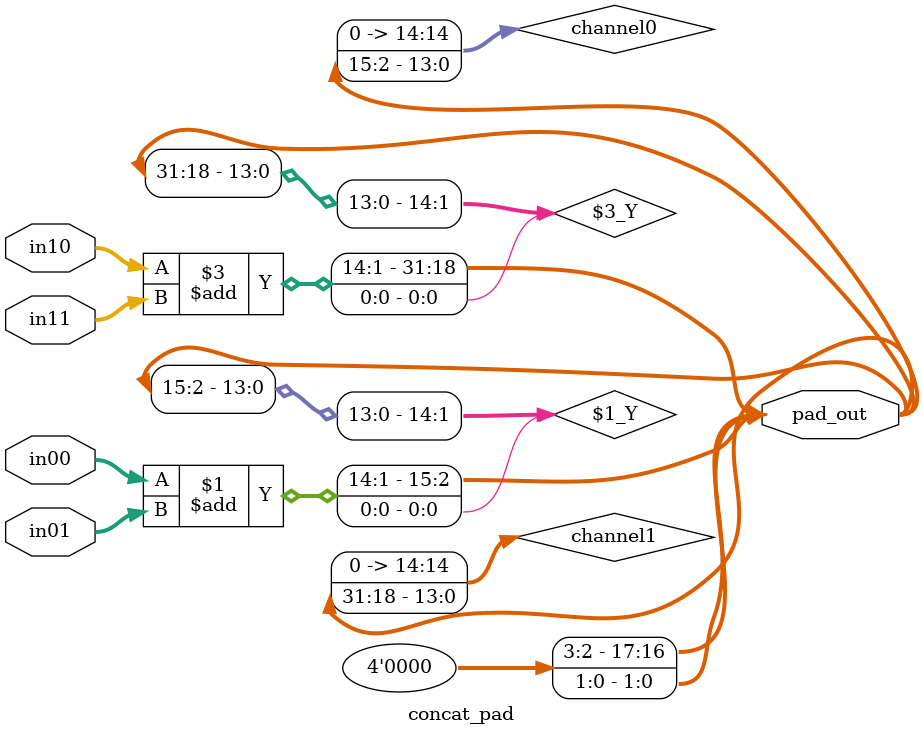
<source format=v>
`timescale  1ns / 1ps

module concat_pad(
	input [13:0] in00,
	input [13:0] in01,
	input [13:0] in10,
	input [13:0] in11,
	output [31:0] pad_out
	);
    
    wire [14:0] channel0 = (in00 + in01) >> 1;
    wire [14:0] channel1 = (in10 + in11) >> 1;

	assign pad_out = {channel1[13:0], 2'b00, channel0[13:0], 2'b00};
	
endmodule

</source>
